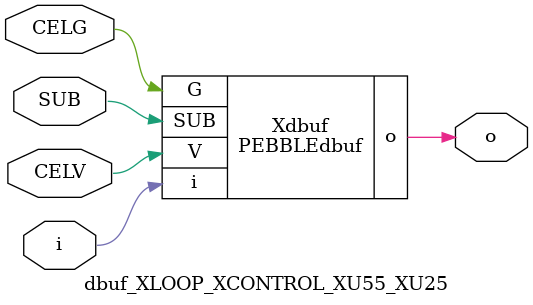
<source format=v>



module PEBBLEdbuf ( o, G, SUB, V, i );

  input V;
  input i;
  input G;
  output o;
  input SUB;
endmodule

//Celera Confidential Do Not Copy dbuf_XLOOP_XCONTROL_XU55_XU25
//Celera Confidential Symbol Generator
//Digital Buffer
module dbuf_XLOOP_XCONTROL_XU55_XU25 (CELV,CELG,i,o,SUB);
input CELV;
input CELG;
input i;
input SUB;
output o;

//Celera Confidential Do Not Copy dbuf
PEBBLEdbuf Xdbuf(
.V (CELV),
.i (i),
.o (o),
.SUB (SUB),
.G (CELG)
);
//,diesize,PEBBLEdbuf

//Celera Confidential Do Not Copy Module End
//Celera Schematic Generator
endmodule

</source>
